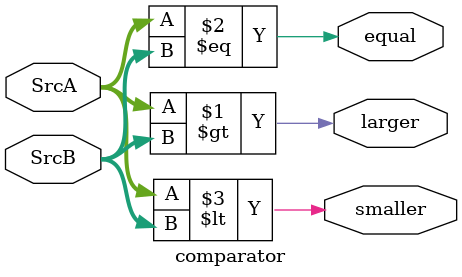
<source format=v>
`timescale 1ns / 1ps
module comparator(
    input [31:0] SrcA,
    input [31:0] SrcB,
    output larger,
    output equal,
    output smaller
    );
	assign larger = $signed(SrcA) > $signed(SrcB);
	assign equal = SrcA == SrcB;
	assign smaller = $signed(SrcA) < $signed(SrcB);
endmodule

</source>
